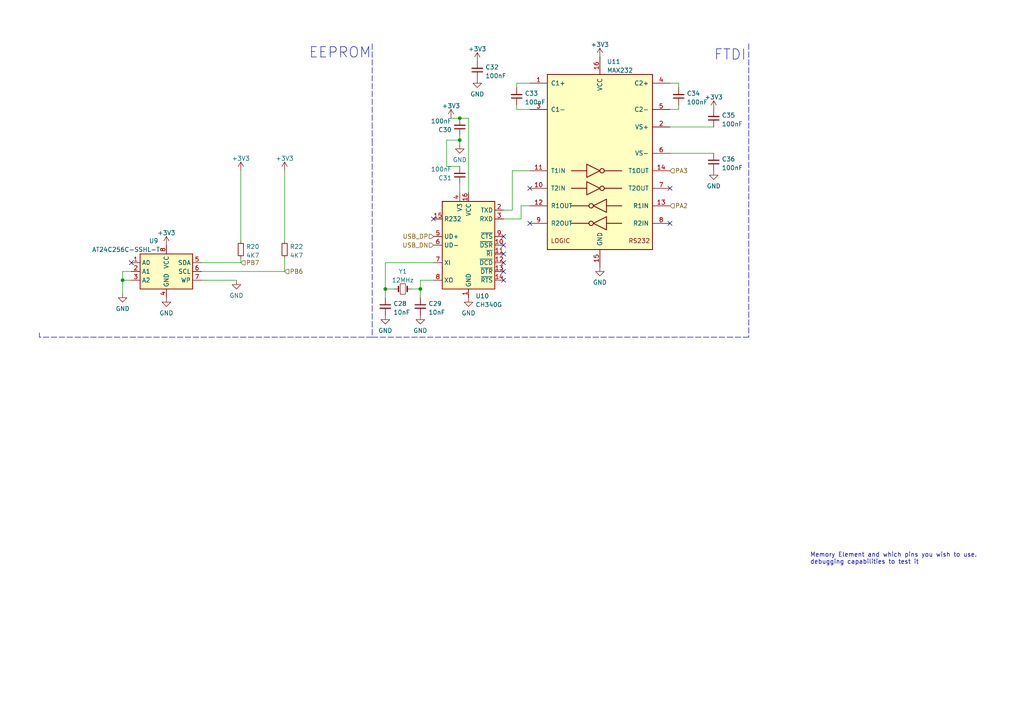
<source format=kicad_sch>
(kicad_sch (version 20211123) (generator eeschema)
  (paper "A4")
  (title_block (title "Microcontroller Interfacing Submodule Schematic") (date "2022-04-12") (rev "v1.05") (company "University of Cape Town") (comment 1 "Ethan Morris"))
  (lib_symbols
    (symbol "Device:C_Small" (pin_numbers hide) (pin_names (offset 0.254) hide)
      (property "Reference" "C" (at 0.254 1.778 0))
      (property "Value" "C_Small" (at 0.254 -2.032 0))
      (symbol "C_Small_0_1"
        (polyline (pts (xy -1.524 -0.508) (xy 1.524 -0.508)) (stroke (width 0.3302)))
        (polyline (pts (xy -1.524 0.508) (xy 1.524 0.508)) (stroke (width 0.3048)))
      )
      (symbol "C_Small_1_1"
        (pin passive line (at 0 2.54 270) (length 2.032) (name "~") (number "1"))
        (pin passive line (at 0 -2.54 90) (length 2.032) (name "~") (number "2"))
      )
    )
    (symbol "Device:Crystal_Small" (pin_numbers hide) (pin_names (offset 1.016) hide)
      (property "Reference" "Y" (at 0 2.54 0))
      (property "Value" "Crystal_Small" (at 0 -2.54 0))
      (symbol "Crystal_Small_0_1"
        (rectangle (start -0.762 -1.524) (end 0.762 1.524))
        (polyline (pts (xy -1.27 -0.762) (xy -1.27 0.762)) (stroke (width 0.381)))
        (polyline (pts (xy 1.27 -0.762) (xy 1.27 0.762)) (stroke (width 0.381)))
      )
      (symbol "Crystal_Small_1_1"
        (pin passive line (at -2.54 0 0) (length 1.27) (name "1") (number "1"))
        (pin passive line (at 2.54 0 180) (length 1.27) (name "2") (number "2"))
      )
    )
    (symbol "Device:R_Small" (pin_numbers hide) (pin_names (offset 0.254) hide)
      (property "Reference" "R" (at 0.762 0.508 0))
      (property "Value" "R_Small" (at 0.762 -1.016 0))
      (symbol "R_Small_0_1"
        (rectangle (start -0.762 1.778) (end 0.762 -1.778) (stroke (width 0.2032)))
      )
      (symbol "R_Small_1_1"
        (pin passive line (at 0 2.54 270) (length 0.762) (name "~") (number "1"))
        (pin passive line (at 0 -2.54 90) (length 0.762) (name "~") (number "2"))
      )
    )
    (symbol "Interface_UART:MAX232" (pin_names (offset 1.016))
      (property "Reference" "U" (at -2.54 28.575 0))
      (property "Value" "MAX232" (at -2.54 26.67 0))
      (symbol "MAX232_0_0"
        (text "LOGIC" (at -11.43 -22.86 0) (effects (font (size 1.27 1.27))))
        (text "RS232" (at 11.43 -22.86 0) (effects (font (size 1.27 1.27))))
      )
      (symbol "MAX232_0_1"
        (rectangle (start -15.24 -25.4) (end 15.24 25.4) (stroke (width 0.254)) (fill (type background)))
        (circle (center -2.54 -17.78) (radius 0.635) (stroke (width 0.254)))
        (circle (center -2.54 -12.7) (radius 0.635) (stroke (width 0.254)))
        (polyline (pts (xy -3.81 -7.62) (xy -8.255 -7.62)) (stroke (width 0.254)))
        (polyline (pts (xy -3.81 -2.54) (xy -8.255 -2.54)) (stroke (width 0.254)))
        (polyline (pts (xy -3.175 -17.78) (xy -8.255 -17.78)) (stroke (width 0.254)))
        (polyline (pts (xy -3.175 -12.7) (xy -8.255 -12.7)) (stroke (width 0.254)))
        (polyline (pts (xy 1.27 -7.62) (xy 6.35 -7.62)) (stroke (width 0.254)))
        (polyline (pts (xy 1.27 -2.54) (xy 6.35 -2.54)) (stroke (width 0.254)))
        (polyline (pts (xy 1.905 -17.78) (xy 6.35 -17.78)) (stroke (width 0.254)))
        (polyline (pts (xy 1.905 -12.7) (xy 6.35 -12.7)) (stroke (width 0.254)))
        (polyline (pts (xy -3.81 -5.715) (xy -3.81 -9.525) (xy 0 -7.62) (xy -3.81 -5.715)) (stroke (width 0.254)))
        (polyline (pts (xy -3.81 -0.635) (xy -3.81 -4.445) (xy 0 -2.54) (xy -3.81 -0.635)) (stroke (width 0.254)))
        (polyline (pts (xy 1.905 -15.875) (xy 1.905 -19.685) (xy -1.905 -17.78) (xy 1.905 -15.875)) (stroke (width 0.254)))
        (polyline (pts (xy 1.905 -10.795) (xy 1.905 -14.605) (xy -1.905 -12.7) (xy 1.905 -10.795)) (stroke (width 0.254)))
        (circle (center 0.635 -7.62) (radius 0.635) (stroke (width 0.254)))
        (circle (center 0.635 -2.54) (radius 0.635) (stroke (width 0.254)))
      )
      (symbol "MAX232_1_1"
        (pin passive line (at -20.32 22.86 0) (length 5.08) (name "C1+") (number "1"))
        (pin input line (at -20.32 -7.62 0) (length 5.08) (name "T2IN") (number "10"))
        (pin input line (at -20.32 -2.54 0) (length 5.08) (name "T1IN") (number "11"))
        (pin output line (at -20.32 -12.7 0) (length 5.08) (name "R1OUT") (number "12"))
        (pin input line (at 20.32 -12.7 180) (length 5.08) (name "R1IN") (number "13"))
        (pin output line (at 20.32 -2.54 180) (length 5.08) (name "T1OUT") (number "14"))
        (pin power_in line (at 0 -30.48 90) (length 5.08) (name "GND") (number "15"))
        (pin power_in line (at 0 30.48 270) (length 5.08) (name "VCC") (number "16"))
        (pin power_out line (at 20.32 10.16 180) (length 5.08) (name "VS+") (number "2"))
        (pin passive line (at -20.32 15.24 0) (length 5.08) (name "C1-") (number "3"))
        (pin passive line (at 20.32 22.86 180) (length 5.08) (name "C2+") (number "4"))
        (pin passive line (at 20.32 15.24 180) (length 5.08) (name "C2-") (number "5"))
        (pin power_out line (at 20.32 2.54 180) (length 5.08) (name "VS-") (number "6"))
        (pin output line (at 20.32 -7.62 180) (length 5.08) (name "T2OUT") (number "7"))
        (pin input line (at 20.32 -17.78 180) (length 5.08) (name "R2IN") (number "8"))
        (pin output line (at -20.32 -17.78 0) (length 5.08) (name "R2OUT") (number "9"))
      )
    )
    (symbol "Interface_USB:CH340G"
      (property "Reference" "U" (at -5.08 13.97 0))
      (property "Value" "CH340G" (at 1.27 13.97 0))
      (symbol "CH340G_0_1"
        (rectangle (start -7.62 12.7) (end 7.62 -12.7) (stroke (width 0.254)) (fill (type background)))
      )
      (symbol "CH340G_1_1"
        (pin power_in line (at 0 -15.24 90) (length 2.54) (name "GND") (number "1"))
        (pin input line (at 10.16 0 180) (length 2.54) (name "~{DSR}") (number "10"))
        (pin input line (at 10.16 -2.54 180) (length 2.54) (name "~{RI}") (number "11"))
        (pin input line (at 10.16 -5.08 180) (length 2.54) (name "~{DCD}") (number "12"))
        (pin output line (at 10.16 -7.62 180) (length 2.54) (name "~{DTR}") (number "13"))
        (pin output line (at 10.16 -10.16 180) (length 2.54) (name "~{RTS}") (number "14"))
        (pin input line (at -10.16 7.62 0) (length 2.54) (name "R232") (number "15"))
        (pin power_in line (at 0 15.24 270) (length 2.54) (name "VCC") (number "16"))
        (pin output line (at 10.16 10.16 180) (length 2.54) (name "TXD") (number "2"))
        (pin input line (at 10.16 7.62 180) (length 2.54) (name "RXD") (number "3"))
        (pin passive line (at -2.54 15.24 270) (length 2.54) (name "V3") (number "4"))
        (pin bidirectional line (at -10.16 2.54 0) (length 2.54) (name "UD+") (number "5"))
        (pin bidirectional line (at -10.16 0 0) (length 2.54) (name "UD-") (number "6"))
        (pin input line (at -10.16 -5.08 0) (length 2.54) (name "XI") (number "7"))
        (pin output line (at -10.16 -10.16 0) (length 2.54) (name "XO") (number "8"))
        (pin input line (at 10.16 2.54 180) (length 2.54) (name "~{CTS}") (number "9"))
      )
    )
    (symbol "Memory_EEPROM:AT24CS02-XHM"
      (property "Reference" "U" (at -7.62 6.35 0))
      (property "Value" "AT24CS02-XHM" (at 2.54 -6.35 0))
      (symbol "AT24CS02-XHM_1_1"
        (rectangle (start -7.62 5.08) (end 7.62 -5.08) (stroke (width 0.254)) (fill (type background)))
        (pin input line (at -10.16 2.54 0) (length 2.54) (name "A0") (number "1"))
        (pin input line (at -10.16 0 0) (length 2.54) (name "A1") (number "2"))
        (pin input line (at -10.16 -2.54 0) (length 2.54) (name "A2") (number "3"))
        (pin power_in line (at 0 -7.62 90) (length 2.54) (name "GND") (number "4"))
        (pin bidirectional line (at 10.16 2.54 180) (length 2.54) (name "SDA") (number "5"))
        (pin input line (at 10.16 0 180) (length 2.54) (name "SCL") (number "6"))
        (pin input line (at 10.16 -2.54 180) (length 2.54) (name "WP") (number "7"))
        (pin power_in line (at 0 7.62 270) (length 2.54) (name "VCC") (number "8"))
      )
    )
    (symbol "power:+3V3" (power) (pin_names (offset 0))
      (property "Value" "+3V3" (at 0 3.556 0))
      (symbol "+3V3_0_1"
        (polyline (pts (xy -0.762 1.27) (xy 0 2.54)))
        (polyline (pts (xy 0 0) (xy 0 2.54)))
        (polyline (pts (xy 0 2.54) (xy 0.762 1.27)))
      )
      (symbol "+3V3_1_1"
        (pin power_in line (at 0 0 90) (length 0) hide (name "+3V3") (number "1"))
      )
    )
    (symbol "power:GND" (power) (pin_names (offset 0))
      (property "Value" "GND" (at 0 -3.81 0))
      (symbol "GND_0_1"
        (polyline (pts (xy 0 0) (xy 0 -1.27) (xy 1.27 -1.27) (xy 0 -2.54) (xy -1.27 -1.27) (xy 0 -1.27)))
      )
      (symbol "GND_1_1"
        (pin power_in line (at 0 0 270) (length 0) hide (name "GND") (number "1"))
      )
    )
  )
  (junction (at 111.76 83.82))
  (junction (at 35.56 81.28))
  (junction (at 133.35 34.29))
  (junction (at 121.92 83.82))
  (junction (at 133.35 40.64))
  (no_connect (at 38.1 76.2))
  (no_connect (at 146.05 71.12))
  (no_connect (at 146.05 73.66))
  (no_connect (at 146.05 68.58))
  (no_connect (at 146.05 76.2))
  (no_connect (at 146.05 81.28))
  (no_connect (at 146.05 78.74))
  (no_connect (at 125.73 63.5))
  (no_connect (at 194.31 64.77))
  (no_connect (at 194.31 54.61))
  (no_connect (at 153.67 64.77))
  (no_connect (at 153.67 54.61))
  (wire (pts (xy 69.85 49.53) (xy 69.85 69.85)))
  (polyline (pts (xy 107.95 12.7) (xy 107.95 40.64)))
  (wire (pts (xy 133.35 40.64) (xy 133.35 41.91)))
  (wire (pts (xy 146.05 63.5) (xy 151.13 63.5)))
  (wire (pts (xy 149.86 24.13) (xy 153.67 24.13)))
  (polyline (pts (xy 107.95 97.79) (xy 212.09 97.79)))
  (wire (pts (xy 58.42 81.28) (xy 68.58 81.28)))
  (wire (pts (xy 149.86 25.4) (xy 149.86 24.13)))
  (wire (pts (xy 151.13 63.5) (xy 151.13 59.69)))
  (wire (pts (xy 196.85 24.13) (xy 196.85 25.4)))
  (wire (pts (xy 111.76 83.82) (xy 114.3 83.82)))
  (wire (pts (xy 35.56 78.74) (xy 35.56 81.28)))
  (wire (pts (xy 194.31 44.45) (xy 207.01 44.45)))
  (wire (pts (xy 69.85 76.2) (xy 69.85 74.93)))
  (wire (pts (xy 35.56 81.28) (xy 35.56 85.09)))
  (wire (pts (xy 148.59 60.96) (xy 148.59 49.53)))
  (wire (pts (xy 194.31 24.13) (xy 196.85 24.13)))
  (wire (pts (xy 38.1 81.28) (xy 35.56 81.28)))
  (wire (pts (xy 133.35 34.29) (xy 135.89 34.29)))
  (wire (pts (xy 125.73 76.2) (xy 111.76 76.2)))
  (wire (pts (xy 130.81 34.29) (xy 133.35 34.29)))
  (wire (pts (xy 148.59 49.53) (xy 153.67 49.53)))
  (wire (pts (xy 151.13 59.69) (xy 153.67 59.69)))
  (wire (pts (xy 133.35 39.37) (xy 133.35 40.64)))
  (wire (pts (xy 82.55 49.53) (xy 82.55 69.85)))
  (wire (pts (xy 111.76 76.2) (xy 111.76 83.82)))
  (wire (pts (xy 129.54 48.26) (xy 133.35 48.26)))
  (polyline (pts (xy 107.95 40.64) (xy 107.95 97.79)))
  (wire (pts (xy 196.85 31.75) (xy 194.31 31.75)))
  (wire (pts (xy 196.85 30.48) (xy 196.85 31.75)))
  (wire (pts (xy 135.89 34.29) (xy 135.89 55.88)))
  (wire (pts (xy 82.55 78.74) (xy 82.55 74.93)))
  (polyline (pts (xy 11.43 96.52) (xy 11.43 97.79)))
  (wire (pts (xy 111.76 86.36) (xy 111.76 83.82)))
  (polyline (pts (xy 107.95 97.79) (xy 11.43 97.79)))
  (wire (pts (xy 146.05 60.96) (xy 148.59 60.96)))
  (wire (pts (xy 58.42 78.74) (xy 82.55 78.74)))
  (wire (pts (xy 58.42 76.2) (xy 69.85 76.2)))
  (wire (pts (xy 121.92 81.28) (xy 121.92 83.82)))
  (wire (pts (xy 129.54 40.64) (xy 129.54 48.26)))
  (wire (pts (xy 133.35 53.34) (xy 133.35 55.88)))
  (polyline (pts (xy 217.17 97.79) (xy 212.09 97.79)))
  (wire (pts (xy 121.92 83.82) (xy 121.92 86.36)))
  (wire (pts (xy 149.86 30.48) (xy 149.86 31.75)))
  (wire (pts (xy 149.86 31.75) (xy 153.67 31.75)))
  (wire (pts (xy 38.1 78.74) (xy 35.56 78.74)))
  (wire (pts (xy 125.73 81.28) (xy 121.92 81.28)))
  (wire (pts (xy 119.38 83.82) (xy 121.92 83.82)))
  (wire (pts (xy 194.31 36.83) (xy 207.01 36.83)))
  (polyline (pts (xy 217.17 12.7) (xy 217.17 97.79)))
  (wire (pts (xy 133.35 40.64) (xy 129.54 40.64)))
  (text "FTDI" (at 207.01 17.78 0) (effects (font (size 3 3)) (justify left bottom)))
  (text "EEPROM" (at 89.535 17.145 0) (effects (font (size 3 3)) (justify left bottom)))
  (text "Memory Element and which pins you wish to use.\ndebugging capabilities to test it\n" (at 234.95 163.83 0) (effects (font (size 1.27 1.27)) (justify left bottom)))
  (hierarchical_label "PB6" (shape input) (at 82.55 78.74 0))
  (hierarchical_label "USB_DP" (shape input) (at 125.73 68.58 180))
  (hierarchical_label "USB_DN" (shape input) (at 125.73 71.12 180))
  (hierarchical_label "PA3" (shape input) (at 194.31 49.53 0))
  (hierarchical_label "PA2" (shape input) (at 194.31 59.69 0))
  (hierarchical_label "PB7" (shape input) (at 69.85 76.2 0))
  (symbol (lib_id "power:+3V3") (at 207.01 31.75 0) (unit 1)
    (property "Reference" "#PWR074" (effects hide))
    (property "Value" "+3V3" (at 207.01 28.1742 0))
  )
  (symbol (lib_id "power:+3V3") (at 69.85 49.53 0) (unit 1)
    (property "Reference" "#PWR061" (effects hide))
    (property "Value" "+3V3" (at 69.85 45.9542 0))
  )
  (symbol (lib_id "power:GND") (at 173.99 77.47 0) (unit 1)
    (property "Reference" "#PWR073" (effects hide))
    (property "Value" "GND" (at 173.99 81.9134 0))
  )
  (symbol (lib_id "power:+3V3") (at 82.55 49.53 0) (unit 1)
    (property "Reference" "#PWR062" (effects hide))
    (property "Value" "+3V3" (at 82.55 45.9542 0))
  )
  (symbol (lib_id "power:GND") (at 121.92 91.44 0) (unit 1)
    (property "Reference" "#PWR066" (effects hide))
    (property "Value" "GND" (at 121.92 95.8834 0))
  )
  (symbol (lib_id "power:GND") (at 68.58 81.28 0) (unit 1)
    (property "Reference" "#PWR060" (effects hide))
    (property "Value" "GND" (at 68.58 85.7234 0))
  )
  (symbol (lib_id "Device:C_Small") (at 196.85 27.94 180) (unit 1)
    (property "Reference" "C34" (at 199.1741 27.0989 0) (effects (justify right)))
    (property "Value" "100nF" (at 199.1741 29.6358 0) (effects (justify right)))
    (property "Footprint" "Capacitor_SMD:C_0603_1608Metric" (effects hide))
    (property "Datasheet" "https://datasheet.lcsc.com/lcsc/1809301912_YAGEO-CC0603KRX7R9BB104_C14663.pdf" (effects hide))
    (property "Alt_LCSC" "C30926" (effects hide))
    (property "LCSC" "C14663" (effects hide))
    (property "Price" "0.0026" (effects hide))
  )
  (symbol (lib_id "power:GND") (at 133.35 41.91 0) (unit 1)
    (property "Reference" "#PWR068" (effects hide))
    (property "Value" "GND" (at 133.35 46.3534 0))
  )
  (symbol (lib_id "Device:C_Small") (at 207.01 46.99 180) (unit 1)
    (property "Reference" "C36" (at 209.3341 46.1489 0) (effects (justify right)))
    (property "Value" "100nF" (at 209.3341 48.6858 0) (effects (justify right)))
    (property "Footprint" "Capacitor_SMD:C_0603_1608Metric" (effects hide))
    (property "Datasheet" "https://datasheet.lcsc.com/lcsc/1809301912_YAGEO-CC0603KRX7R9BB104_C14663.pdf" (effects hide))
    (property "Alt_LCSC" "C30926" (effects hide))
    (property "LCSC" "C14663" (effects hide))
    (property "Price" "0.0026" (effects hide))
  )
  (symbol (lib_id "power:+3V3") (at 173.99 16.51 0) (unit 1)
    (property "Reference" "#PWR072" (effects hide))
    (property "Value" "+3V3" (at 173.99 12.9342 0))
  )
  (symbol (lib_id "power:+3V3") (at 130.81 34.29 0) (unit 1)
    (property "Reference" "#PWR067" (effects hide))
    (property "Value" "+3V3" (at 130.81 30.7142 0))
  )
  (symbol (lib_id "Device:C_Small") (at 149.86 27.94 180) (unit 1)
    (property "Reference" "C33" (at 152.1841 27.0989 0) (effects (justify right)))
    (property "Value" "100nF" (at 152.1841 29.6358 0) (effects (justify right)))
    (property "Footprint" "Capacitor_SMD:C_0603_1608Metric" (effects hide))
    (property "Datasheet" "https://datasheet.lcsc.com/lcsc/1809301912_YAGEO-CC0603KRX7R9BB104_C14663.pdf" (effects hide))
    (property "Alt_LCSC" "C30926" (effects hide))
    (property "LCSC" "C14663" (effects hide))
    (property "Price" "0.0026" (effects hide))
  )
  (symbol (lib_id "Device:R_Small") (at 69.85 72.39 0) (unit 1)
    (property "Reference" "R20" (at 71.3486 71.5553 0) (effects (justify left)))
    (property "Value" "4K7" (at 71.3486 74.0922 0) (effects (justify left)))
    (property "Footprint" "Resistor_SMD:R_0603_1608Metric" (effects hide))
    (property "Datasheet" "https://datasheet.lcsc.com/lcsc/2110252130_UNI-ROYAL-Uniroyal-Elec-0603WAF4701T5E_C23162.pdf" (effects hide))
    (property "Alt_LCSC" "C17673" (effects hide))
    (property "LCSC" "C23162" (effects hide))
    (property "Price" "0.0083" (effects hide))
  )
  (symbol (lib_id "power:GND") (at 48.26 86.36 0) (unit 1)
    (property "Reference" "#PWR059" (effects hide))
    (property "Value" "GND" (at 48.26 90.8034 0))
  )
  (symbol (lib_id "Memory_EEPROM:AT24CS02-XHM") (at 48.26 78.74 0) (unit 1)
    (property "Reference" "U9" (at 43.18 69.85 0) (effects (justify left)))
    (property "Value" "AT24C256C-SSHL-T" (at 26.67 72.39 0) (effects (justify left)))
    (property "Footprint" "Package_SO:SOIC-8_3.9x4.9mm_P1.27mm" (effects hide))
    (property "Datasheet" "https://datasheet.lcsc.com/lcsc/1809151932_Microchip-Tech-AT24C256C-SSHL-T_C6482.pdf" (effects hide))
    (property "Alt_LCSC" "C12371" (effects hide))
    (property "LCSC" "C6482" (effects hide))
    (property "Price" "1.5556" (effects hide))
  )
  (symbol (lib_id "Device:C_Small") (at 121.92 88.9 0) (unit 1)
    (property "Reference" "C29" (at 124.2441 88.0716 0) (effects (justify left)))
    (property "Value" "10nF" (at 124.2441 90.6085 0) (effects (justify left)))
    (property "Footprint" "Capacitor_SMD:C_0603_1608Metric" (effects hide))
    (property "Datasheet" "https://datasheet.lcsc.com/lcsc/2102081402_FH-Guangdong-Fenghua-Advanced-Tech-0603B103K500NT_C57112.pdf" (effects hide))
    (property "Alt_LCSC" "C124567" (effects hide))
    (property "LCSC" "C57112" (effects hide))
    (property "Price" "0.0028" (effects hide))
    (property "MANUFACTURER" "0.0028" (effects hide))
  )
  (symbol (lib_id "Device:R_Small") (at 82.55 72.39 0) (unit 1)
    (property "Reference" "R22" (at 84.0486 71.5553 0) (effects (justify left)))
    (property "Value" "4K7" (at 84.0486 74.0922 0) (effects (justify left)))
    (property "Footprint" "Resistor_SMD:R_0603_1608Metric" (effects hide))
    (property "Datasheet" "https://datasheet.lcsc.com/lcsc/2110252130_UNI-ROYAL-Uniroyal-Elec-0603WAF4701T5E_C23162.pdf" (effects hide))
    (property "Alt_LCSC" "C17673" (effects hide))
    (property "LCSC" "C23162" (effects hide))
    (property "Price" "0.0083" (effects hide))
  )
  (symbol (lib_id "power:GND") (at 138.43 22.86 0) (unit 1)
    (property "Reference" "#PWR071" (effects hide))
    (property "Value" "GND" (at 138.43 27.3034 0))
  )
  (symbol (lib_id "Interface_USB:CH340G") (at 135.89 71.12 0) (unit 1)
    (property "Reference" "U10" (at 137.9094 85.8504 0) (effects (justify left)))
    (property "Value" "CH340G" (at 137.9094 88.3873 0) (effects (justify left)))
    (property "Footprint" "Package_SO:SOIC-16_3.9x9.9mm_P1.27mm" (effects hide))
    (property "Datasheet" "https://datasheet.lcsc.com/lcsc/2008191806_WCH-Jiangsu-Qin-Heng-CH340G_C14267.pdf" (effects hide))
    (property "LCSC" "C14267" (effects hide))
    (property "Price" "0.5838" (effects hide))
  )
  (symbol (lib_id "Device:C_Small") (at 133.35 50.8 180) (unit 1)
    (property "Reference" "C31" (at 131.0259 51.6284 0) (effects (justify left)))
    (property "Value" "100nF" (at 131.0259 49.0915 0) (effects (justify left)))
    (property "Footprint" "Capacitor_SMD:C_0603_1608Metric" (effects hide))
    (property "Datasheet" "https://datasheet.lcsc.com/lcsc/1809301912_YAGEO-CC0603KRX7R9BB104_C14663.pdf" (effects hide))
    (property "Alt_LCSC" "C30926" (effects hide))
    (property "LCSC" "C14663" (effects hide))
    (property "Price" "0.0026" (effects hide))
  )
  (symbol (lib_id "Device:C_Small") (at 111.76 88.9 0) (unit 1)
    (property "Reference" "C28" (at 114.0841 88.0716 0) (effects (justify left)))
    (property "Value" "10nF" (at 114.0841 90.6085 0) (effects (justify left)))
    (property "Footprint" "Capacitor_SMD:C_0603_1608Metric" (effects hide))
    (property "Datasheet" "https://datasheet.lcsc.com/lcsc/2102081402_FH-Guangdong-Fenghua-Advanced-Tech-0603B103K500NT_C57112.pdf" (effects hide))
    (property "Alt_LCSC" "C124567" (effects hide))
    (property "LCSC" "C57112" (effects hide))
    (property "Price" "0.0028" (effects hide))
    (property "MANUFACTURER" "0.0028" (effects hide))
  )
  (symbol (lib_id "Device:C_Small") (at 138.43 20.32 180) (unit 1)
    (property "Reference" "C32" (at 140.7541 19.4789 0) (effects (justify right)))
    (property "Value" "100nF" (at 140.7541 22.0158 0) (effects (justify right)))
    (property "Footprint" "Capacitor_SMD:C_0603_1608Metric" (effects hide))
    (property "Datasheet" "https://datasheet.lcsc.com/lcsc/1809301912_YAGEO-CC0603KRX7R9BB104_C14663.pdf" (effects hide))
    (property "Alt_LCSC" "C30926" (effects hide))
    (property "LCSC" "C14663" (effects hide))
    (property "Price" "0.0026" (effects hide))
  )
  (symbol (lib_id "power:GND") (at 135.89 86.36 0) (unit 1)
    (property "Reference" "#PWR069" (effects hide))
    (property "Value" "GND" (at 135.89 90.8034 0))
  )
  (symbol (lib_id "power:GND") (at 35.56 85.09 0) (unit 1)
    (property "Reference" "#PWR057" (effects hide))
    (property "Value" "GND" (at 35.56 89.5334 0))
  )
  (symbol (lib_id "power:GND") (at 207.01 49.53 0) (unit 1)
    (property "Reference" "#PWR075" (effects hide))
    (property "Value" "GND" (at 207.01 53.9734 0))
  )
  (symbol (lib_id "Device:Crystal_Small") (at 116.84 83.82 0) (unit 1)
    (property "Reference" "Y1" (at 116.84 78.7232 0))
    (property "Value" "12MHz" (at 116.84 81.2601 0))
    (property "Footprint" "Crystal:Crystal_SMD_3225-4Pin_3.2x2.5mm" (effects hide))
    (property "Datasheet" "https://datasheet.lcsc.com/lcsc/2103291203_Yangxing-Tech-X322512MSB4SI_C9002.pdf" (effects hide))
    (property "Alt_LCSC" "C258939" (effects hide))
    (property "LCSC" "C9002" (effects hide))
    (property "Price" "0.1007" (effects hide))
  )
  (symbol (lib_id "power:+3V3") (at 138.43 17.78 0) (unit 1)
    (property "Reference" "#PWR070" (effects hide))
    (property "Value" "+3V3" (at 138.43 14.2042 0))
  )
  (symbol (lib_id "Device:C_Small") (at 207.01 34.29 180) (unit 1)
    (property "Reference" "C35" (at 209.3341 33.4489 0) (effects (justify right)))
    (property "Value" "100nF" (at 209.3341 35.9858 0) (effects (justify right)))
    (property "Footprint" "Capacitor_SMD:C_0603_1608Metric" (effects hide))
    (property "Datasheet" "https://datasheet.lcsc.com/lcsc/1809301912_YAGEO-CC0603KRX7R9BB104_C14663.pdf" (effects hide))
    (property "Alt_LCSC" "C30926" (effects hide))
    (property "LCSC" "C14663" (effects hide))
    (property "Price" "0.0026" (effects hide))
  )
  (symbol (lib_id "power:GND") (at 111.76 91.44 0) (unit 1)
    (property "Reference" "#PWR065" (effects hide))
    (property "Value" "GND" (at 111.76 95.8834 0))
  )
  (symbol (lib_id "power:+3V3") (at 48.26 71.12 0) (unit 1)
    (property "Reference" "#PWR058" (effects hide))
    (property "Value" "+3V3" (at 48.26 67.5442 0))
  )
  (symbol (lib_id "Interface_UART:MAX232") (at 173.99 46.99 0) (unit 1)
    (property "Reference" "U11" (at 176.0094 17.8902 0) (effects (justify left)))
    (property "Value" "MAX232" (at 176.0094 20.4271 0) (effects (justify left)))
    (property "Footprint" "Package_SO:SOIC-16_3.9x9.9mm_P1.27mm" (effects hide))
    (property "Datasheet" "https://datasheet.lcsc.com/lcsc/1805282231_Texas-Instruments-MAX232IDR_C59824.pdf" (effects hide))
    (property "Alt_LCSC" "C158068" (effects hide))
    (property "LCSC" "C26860" (effects hide))
    (property "Price" "1.1443" (effects hide))
  )
  (symbol (lib_id "Device:C_Small") (at 133.35 36.83 180) (unit 1)
    (property "Reference" "C30" (at 131.0259 37.6584 0) (effects (justify left)))
    (property "Value" "100nF" (at 131.0259 35.1215 0) (effects (justify left)))
    (property "Footprint" "Capacitor_SMD:C_0603_1608Metric" (effects hide))
    (property "Datasheet" "https://datasheet.lcsc.com/lcsc/1809301912_YAGEO-CC0603KRX7R9BB104_C14663.pdf" (effects hide))
    (property "Alt_LCSC" "C30926" (effects hide))
    (property "LCSC" "C14663" (effects hide))
    (property "Price" "0.0026" (effects hide))
  )
)
</source>
